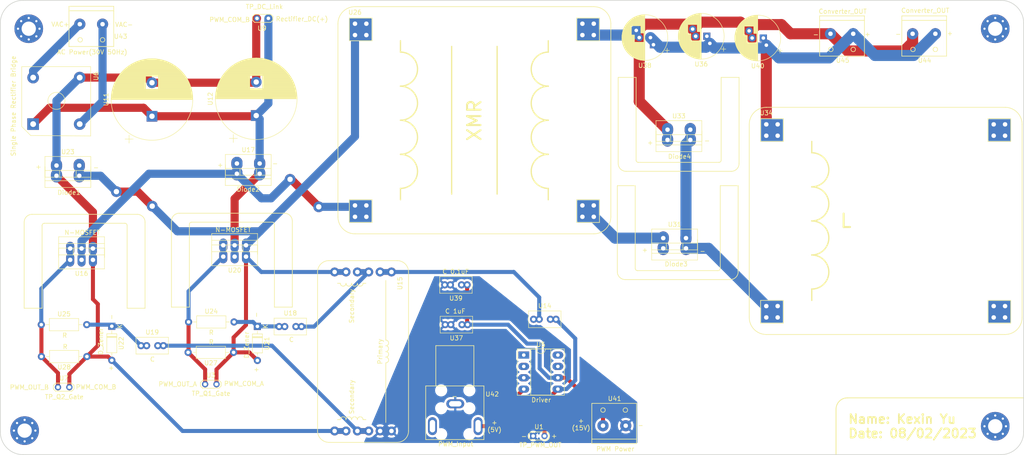
<source format=kicad_pcb>
(kicad_pcb (version 20211014) (generator pcbnew)
  (layers (0 "F.Cu" signal) (31 "B.Cu" signal) (34 "B.Paste" user) (35 "F.Paste" user) (36 "B.SilkS" user "B.Silkscreen") (37 "F.SilkS" user "F.Silkscreen") (38 "B.Mask" user) (39 "F.Mask" user) (44 "Edge.Cuts" user))
  (net 0 "")
  (net 1 "/PWM_Out")
  (net 2 "GNDD")
  (net 3 "/PWM_OUT_A")
  (net 4 "/PWM_COM_A")
  (net 7 "/PWM_Input")
  (net 8 "VDD")
  (net 11 "/PWM_COM_B")
  (net 12 "/VAC(+)")
  (net 13 "/Rectifier_DC(+)")
  (net 14 "/VAC(-)")
  (net 15 "/PWM_OUT_B")
  (net 16 "Net-(U14-Pad1)")
  (net 17 "Net-(U15-Pad3)")
  (net 18 "Net-(U15-Pad5)")
  (net 19 "Net-(U16-Pad2)")
  (net 20 "Net-(U18-Pad1)")
  (net 21 "Net-(U19-Pad1)")
  (net 22 "/Transformer_Out(+)")
  (net 23 "/Converter_Out(-)")
  (net 24 "Net-(U31-Pad1)")
  (net 25 "/Converter_Out(+)")
  (footprint "EEEE2046_Electrical:Toroid-Transformer_1P_2S" (layer "F.Cu") (at 121.45 82.12 -90)
    (fp_text reference "U15")
    (fp_text value "Toroid-Transformer_1P_2S")
  )
  (footprint "EEEE2046_Electrical:ETD_34-XMR" (layer "F.Cu") (at 113.3 26.6)
    (fp_text reference "U26")
    (fp_text value "ETD_34-Transformer_1P_1S")
  )
  (footprint "MountingHole:MountingHole_3.2mm_M3_Pad_Via" (layer "F.Cu") (at 256.322102 27.722102)
    (fp_text reference "H2" hide)
    (fp_text value "Mount")
  )
  (footprint "Resistor_THT:R_Axial_DIN0207_L6.3mm_D2.5mm_P10.16mm_Horizontal" (layer "F.Cu") (at 53.4102 101.0346 180)
    (fp_text reference "U28")
    (fp_text value "R")
  )
  (footprint "EEEE2046_Electrical:2wayTerminalBlock" (layer "F.Cu") (at 224.6 28.85 180)
    (fp_text reference "U45")
    (fp_text value "Converter_Out")
  )
  (footprint "EEEE2046_Electrical:2wayTerminalBlock" (layer "F.Cu") (at 168.7 116.5)
    (fp_text reference "U41")
    (fp_text value "PWM_Power")
  )
  (footprint "TestPoint:TestPoint_2Pads_Pitch2.54mm_Drill0.8mm" (layer "F.Cu") (at 79.8208 107.2322)
    (fp_text reference "U3")
    (fp_text value "TP_Q1_Gate")
  )
  (footprint "MountingHole:MountingHole_3.2mm_M3_Pad_Via" (layer "F.Cu") (at 256.322102 116.622102)
    (fp_text reference "H4" hide)
    (fp_text value "Mount")
  )
  (footprint "EEEE2046_Electrical:SOD113" (layer "F.Cu") (at 188.2 52.586 180)
    (fp_text reference "U33")
    (fp_text value "BYV25FX-600")
  )
  (footprint "EEEE2046_Electrical:ETD_34-L" (layer "F.Cu") (at 205.18 49.11)
    (fp_text reference "U34")
    (fp_text value "H")
  )
  (footprint "MountingHole:MountingHole_3.2mm_M3_Pad_Via" (layer "F.Cu") (at 39.5 117.6)
    (fp_text reference "H3" hide)
    (fp_text value "Mount")
  )
  (footprint "Resistor_THT:R_Axial_DIN0207_L6.3mm_D2.5mm_P10.16mm_Horizontal" (layer "F.Cu") (at 76.12 93.3)
    (fp_text reference "U24")
    (fp_text value "R")
  )
  (footprint "Package_DIP:DIP-8_W7.62mm_Socket_LongPads" (layer "F.Cu") (at 151 100.7)
    (fp_text reference "U5")
    (fp_text value "TC4425AVPA")
  )
  (footprint "Capacitor_THT:CP_Radial_D10.0mm_P2.50mm_P5.00mm" (layer "F.Cu") (at 204.520708 29.8 180)
    (fp_text reference "U40")
    (fp_text value "F")
  )
  (footprint "Capacitor_THT:CP_Radial_D18.0mm_P7.50mm" (layer "F.Cu") (at 67.945 47.29278 90)
    (fp_text reference "U11")
    (fp_text value "ECA2AM102")
  )
  (footprint "Capacitor_THT:C_Rect_L7.0mm_W3.5mm_P2.50mm_P5.00mm" (layer "F.Cu") (at 138.35 85 180)
    (fp_text reference "U39")
    (fp_text value "0.1 uF")
  )
  (footprint "EEEE2046_Electrical:SOD113" (layer "F.Cu") (at 187.24 76.8355 180)
    (fp_text reference "U31")
    (fp_text value "BYV25FX-600")
  )
  (footprint "Resistor_THT:R_Axial_DIN0207_L6.3mm_D2.5mm_P10.16mm_Horizontal" (layer "F.Cu") (at 43.22 93.9)
    (fp_text reference "U25")
    (fp_text value "R")
  )
  (footprint "Diode_THT:D_DO-35_SOD27_P7.62mm_Horizontal" (layer "F.Cu") (at 91.5 94.29 -90)
    (fp_text reference "U21")
    (fp_text value "V")
  )
  (footprint "Capacitor_THT:CP_Radial_D18.0mm_P7.50mm" (layer "F.Cu") (at 91.2368 47.14038 90)
    (fp_text reference "U12")
    (fp_text value "ECA2AM102")
  )
  (footprint "Capacitor_THT:CP_Radial_D10.0mm_P2.50mm_P5.00mm" (layer "F.Cu") (at 191.9 29.4 180)
    (fp_text reference "U36")
    (fp_text value "F")
  )
  (footprint "TestPoint:TestPoint_2Pads_Pitch2.54mm_Drill0.8mm" (layer "F.Cu") (at 46.9532 107.8926)
    (fp_text reference "U7")
    (fp_text value "TP_Q2_Gate")
  )
  (footprint "Capacitor_THT:CP_Radial_D10.0mm_P2.50mm_P5.00mm" (layer "F.Cu") (at 179.3 29.7 180)
    (fp_text reference "U38")
    (fp_text value "F")
  )
  (footprint "Capacitor_THT:C_Rect_L7.0mm_W3.5mm_P2.50mm_P5.00mm" (layer "F.Cu") (at 153.2 92.7)
    (fp_text reference "U14")
    (fp_text value "F")
  )
  (footprint "EEEE2046_Electrical:TO-220FPAB" (layer "F.Cu") (at 49.6764 76.8694)
    (fp_text reference "U16")
    (fp_text value "IRFI530NPbF")
  )
  (footprint "EEEE2046_Electrical:2wayTerminalBlock" (layer "F.Cu") (at 242.95 28.85 180)
    (fp_text reference "U44")
    (fp_text value "Converter_Out")
  )
  (footprint "EEEE2046_Electrical:2wayTerminalBlock" (layer "F.Cu") (at 56.9068 26.7034 180)
    (fp_text reference "U43")
    (fp_text value "AC_Power")
  )
  (footprint "EEEE2046_Electrical:TO220_Heatsink" (layer "F.Cu") (at 185.6 59.6125 180)
    (fp_text reference "U1-Mosfet1" hide)
    (fp_text value "TO220_Heatsink")
  )
  (footprint "EEEE2046_Electrical:TO220_Heatsink" (layer "F.Cu") (at 185.4 83.8125 180)
    (fp_text reference "U4-Diode1" hide)
    (fp_text value "TO220_Heatsink")
  )
  (footprint "EEEE2046_Electrical:TO220_Heatsink" (layer "F.Cu") (at 85.7952 68.9813)
    (fp_text reference "U3-Diode1" hide)
    (fp_text value "TO220_Heatsink")
  )
  (footprint "Diode_THT:D_DO-35_SOD27_P7.62mm_Horizontal" (layer "F.Cu") (at 58.9728 94.2528 -90)
    (fp_text reference "U22")
    (fp_text value "V")
  )
  (footprint "Capacitor_THT:C_Rect_L7.0mm_W3.5mm_P2.50mm_P5.00mm" (layer "F.Cu") (at 138.45 93.9 180)
    (fp_text reference "U37")
    (fp_text value "1uF")
  )
  (footprint "TestPoint:TestPoint_2Pads_Pitch2.54mm_Drill0.8mm" (layer "F.Cu") (at 155.64 118.8 180)
    (fp_text reference "U1")
    (fp_text value "TP_PWM_Out")
  )
  (footprint "EEEE2046_Electrical:LP-0841-3B-05A" (layer "F.Cu") (at 138.85 107.6 -90)
    (fp_text reference "U42")
    (fp_text value "PWM_Input")
  )
  (footprint "EEEE2046_Electrical:SOD113" (layer "F.Cu") (at 51.7 60.6 180)
    (fp_text reference "U23")
    (fp_text value "BYV25FX-600")
  )
  (footprint "EEEE2046_Electrical:Diode_Bridge_Vishay_KBPC6" (layer "F.Cu") (at 41.4 49.05 90)
    (fp_text reference "U6")
    (fp_text value "VS-KBPC606PBF")
  )
  (footprint "Resistor_THT:R_Axial_DIN0207_L6.3mm_D2.5mm_P10.16mm_Horizontal" (layer "F.Cu") (at 86.18 100.1 180)
    (fp_text reference "U27")
    (fp_text value "R")
  )
  (footprint "EEEE2046_Electrical:SOD113" (layer "F.Cu") (at 92 60.15 180)
    (fp_text reference "U17")
    (fp_text value "BYV25FX-600")
  )
  (footprint "EEEE2046_Electrical:TO-220FPAB" (layer "F.Cu") (at 83.87 76.15)
    (fp_text reference "U20")
    (fp_text value "IRFI530NPbF")
  )
  (footprint "TestPoint:TestPoint_2Pads_Pitch2.54mm_Drill0.8mm" (layer "F.Cu") (at 93.95 25.4 180)
    (fp_text reference "U9")
    (fp_text value "TP_DC_Link")
  )
  (footprint "EEEE2046_Electrical:TO220_Heatsink" (layer "F.Cu") (at 52.9022 69.2338)
    (fp_text reference "U2-Mosfet1" hide)
    (fp_text value "TO220_Heatsink")
  )
  (footprint "Capacitor_THT:C_Rect_L7.0mm_W3.5mm_P2.50mm_P5.00mm" (layer "F.Cu") (at 96.3508 94.329)
    (fp_text reference "U18")
    (fp_text value "F")
  )
  (footprint "Capacitor_THT:C_Rect_L7.0mm_W3.5mm_P2.50mm_P5.00mm" (layer "F.Cu") (at 65.5 98.6)
    (fp_text reference "U19")
    (fp_text value "F")
  )
  (footprint "MountingHole:MountingHole_3.2mm_M3_Pad_Via" (layer "F.Cu") (at 40.422102 27.722102)
    (fp_text reference "H1" hide)
    (fp_text value "Mount")
  )
  (gr_line (start 220.762102 122.972102) (end 220.762102 112.812102) (layer "F.SilkS") (width 0.2))
  (gr_line (start 223.302102 110.272102) (end 262.672102 110.272102) (layer "F.SilkS") (width 0.2))
  (gr_arc (start 220.762102 112.812102) (mid 221.50605 111.01605) (end 223.302102 110.272102) (layer "F.SilkS") (width 0.2))
  (gr_line (start 34.072102 26.452102) (end 34.072102 117.892102) (layer "Edge.Cuts") (width 0.15))
  (gr_line (start 262.672102 117.892102) (end 262.672102 26.452102) (layer "Edge.Cuts") (width 0.15))
  (gr_arc (start 34.072102 26.452102) (mid 35.56 22.86) (end 39.152102 21.372102) (layer "Edge.Cuts") (width 0.15))
  (gr_line (start 39.152102 122.972102) (end 257.592102 122.972102) (layer "Edge.Cuts") (width 0.15))
  (gr_line (start 257.592102 21.372102) (end 39.152102 21.372102) (layer "Edge.Cuts") (width 0.15))
  (gr_arc (start 257.592102 21.372102) (mid 261.184202 22.86) (end 262.672102 26.452102) (layer "Edge.Cuts") (width 0.15))
  (gr_arc (start 262.672102 117.892102) (mid 261.184204 121.484204) (end 257.592102 122.972102) (layer "Edge.Cuts") (width 0.15))
  (gr_arc (start 39.152102 122.972102) (mid 35.56 121.484204) (end 34.072102 117.892102) (layer "Edge.Cuts") (width 0.15))
  (gr_text "C" (at 68.05 101.65) (layer "F.SilkS") (effects (font (size 1 1))))
  (gr_text "-" (at 216.25 29) (layer "F.SilkS") (effects (font (size 1 1)) (justify mirror)))
  (gr_text "R" (at 81.2 95.65) (layer "F.SilkS") (effects (font (size 1 1))))
  (gr_text "+" (at 178.05 77.2) (layer "F.SilkS") (effects (font (size 1 1))))
  (gr_text "+" (at 58.85 103.55) (layer "F.SilkS") (effects (font (size 1 1))))
  (gr_text "PWM_COM_A" (at 88.5 107.1) (layer "F.SilkS") (effects (font (size 1 1))))
  (gr_text "+" (at 42.6 58.6) (layer "F.SilkS") (effects (font (size 1 1))))
  (gr_text "-" (at 190.95 77.45) (layer "F.SilkS") (effects (font (size 1 1))))
  (gr_text "+" (at 179.25 53.2) (layer "F.SilkS") (effects (font (size 1 1))))
  (gr_text "+" (at 91.3 103.9) (layer "F.SilkS") (effects (font (size 1 1))))
  (gr_text "TP_DC_Link" (at 93.05 22.8) (layer "F.SilkS") (effects (font (size 1 1))))
  (gr_text "R" (at 81.2 97.8) (layer "F.SilkS") (effects (font (size 1 1))))
  (gr_text "+\n(15V)" (at 163.8 116.2) (layer "F.SilkS") (effects (font (size 1 1))))
  (gr_text "VAC+" (at 47.45 26.75) (layer "F.SilkS") (effects (font (size 1 1))))
  (gr_text "C 0.1uF" (at 135.8 82.05) (layer "F.SilkS") (effects (font (size 1 1))))
  (gr_text "+" (at 246.2 28.75) (layer "F.SilkS") (effects (font (size 1 1))))
  (gr_text "AC Power(30V 50Hz)" (at 54.6 32.95) (layer "F.SilkS") (effects (font (size 1 1))))
  (gr_text "R" (at 48.55 98.85) (layer "F.SilkS") (effects (font (size 1 1))))
  (gr_text "PWM_COM_B\n \n" (at 85.3 26.5) (layer "F.SilkS") (effects (font (size 1 1))))
  (gr_text "R" (at 48.45 96.3) (layer "F.SilkS") (effects (font (size 1 1))))
  (gr_text "Diode1" (at 49.4 64.35) (layer "F.SilkS") (effects (font (size 1 1))))
  (gr_text "+" (at 83.2 58.2) (layer "F.SilkS") (effects (font (size 1 1))))
  (gr_text "-" (at 95.45 57.85) (layer "F.SilkS") (effects (font (size 1 1))))
  (gr_text "D_Zener" (at 56.5 97.65 90) (layer "F.SilkS") (effects (font (size 1 1))))
  (gr_text "TP_Q1_Gate" (at 81.15 109.3) (layer "F.SilkS") (effects (font (size 1 1))))
  (gr_text "Rectifier_DC(+)\n\n" (at 101.45 26.35) (layer "F.SilkS") (effects (font (size 1 1))))
  (gr_text "TP_Q2_Gate" (at 48.35 110.05) (layer "F.SilkS") (effects (font (size 1 1))))
  (gr_text "C 1uF" (at 135.7 90.9) (layer "F.SilkS") (effects (font (size 1 1))))
  (gr_text "-" (at 55.45 58.75) (layer "F.SilkS") (effects (font (size 1 1))))
  (gr_text "N-MOSFET" (at 86.1 72.7) (layer "F.SilkS") (effects (font (size 1 1))))
  (gr_text "+\n(5V)" (at 144.45 116.6) (layer "F.SilkS") (effects (font (size 1 1))))
  (gr_text "-" (at 191.95 52.75) (layer "F.SilkS") (effects (font (size 1 1))))
  (gr_text "Diode2\n" (at 89.45 63.65) (layer "F.SilkS") (effects (font (size 1 1))))
  (gr_text "PWM_OUT_B" (at 40.55 107.9) (layer "F.SilkS") (effects (font (size 1 1))))
  (gr_text "-" (at 58.9 92.2 90) (layer "F.SilkS") (effects (font (size 1 1))))
  (gr_text "Converter_OUT" (at 240.7 23.65) (layer "F.SilkS") (effects (font (size 1 1))))
  (gr_text "D_Zener" (at 89.1 98.45 90) (layer "F.SilkS") (effects (font (size 1 1))))
  (gr_text "C" (at 99.1 97.25) (layer "F.SilkS") (effects (font (size 1 1))))
  (gr_text "PWM_OUT_A" (at 73.7 107.2) (layer "F.SilkS") (effects (font (size 1 1))))
  (gr_text "+" (at 157.8 118.8) (layer "F.SilkS") (effects (font (size 1 1)) (justify mirror)))
  (gr_text "TP_PWM_OUT" (at 154.7 120.8) (layer "F.SilkS") (effects (font (size 1 1))))
  (gr_text "Diode3\n" (at 185.05 80.35) (layer "F.SilkS") (effects (font (size 1 1))))
  (gr_text "N-MOSFET" (at 52.4 73.3) (layer "F.SilkS") (effects (font (size 1 1))))
  (gr_text "PWM Power" (at 171.45 121.7) (layer "F.SilkS") (effects (font (size 1 1))))
  (gr_text "PWM_Input" (at 135.8 120.6) (layer "F.SilkS") (effects (font (size 1 1))))
  (gr_text "Single Phase Rectifier Bridge" (at 37 45 90) (layer "F.SilkS") (effects (font (size 1 1))))
  (gr_text "-" (at 151.05 118.85) (layer "F.SilkS") (effects (font (size 1 1))))
  (gr_text "-" (at 177.1 116.4) (layer "F.SilkS") (effects (font (size 1 1)) (justify mirror)))
  (gr_text "-" (at 234.65 28.9) (layer "F.SilkS") (effects (font (size 1 1))))
  (gr_text "Converter_OUT" (at 222.25 23.85) (layer "F.SilkS") (effects (font (size 1 1))))
  (gr_text "PWM_COM_B" (at 55.45 107.85) (layer "F.SilkS") (effects (font (size 1 1))))
  (gr_text "Name: Kexin Yu\nDate: 08/02/2023" (at 223.302102 116.622102) (layer "F.SilkS") (effects (font (size 2 2) (thickness 0.4)) (justify left)))
  (gr_text "VAC-" (at 61.7 26.8) (layer "F.SilkS") (effects (font (size 1 1))))
  (gr_text "-" (at 91.25 91.7 90) (layer "F.SilkS") (effects (font (size 1 1))))
  (gr_text "Driver\n\n" (at 154.9 111.55) (layer "F.SilkS") (effects (font (size 1 1))))
  (gr_text "+" (at 227.8 28.95) (layer "F.SilkS") (effects (font (size 1 1)) (justify mirror)))
  (gr_text "-" (at 135.55 109.9) (layer "F.SilkS") (effects (font (size 1 1))))
  (gr_text "Diode4\n" (at 185.8 56.3) (layer "F.SilkS") (effects (font (size 1 1))))
  (segment (start 155.64 111.3) (end 158.62 108.32) (width 0.9) (layer "F.Cu") (net 1))
  (segment (start 155.64 118.8) (end 155.64 111.3) (width 0.9) (layer "F.Cu") (net 1))
  (segment (start 158.2 92.7) (end 162.5 97) (width 0.9) (layer "B.Cu") (net 1))
  (segment (start 160.53 108.32) (end 158.62 108.32) (width 0.9) (layer "B.Cu") (net 1))
  (segment (start 162.5 97) (end 162.5 106.35) (width 0.9) (layer "B.Cu") (net 1))
  (segment (start 162.5 106.35) (end 160.53 108.32) (width 0.9) (layer "B.Cu") (net 1))
  (segment (start 79.8208 103.9008) (end 76.02 100.1) (width 0.9) (layer "F.Cu") (net 3))
  (segment (start 79.8208 107.2322) (end 79.8208 103.9008) (width 0.9) (layer "F.Cu") (net 3))
  (segment (start 76.12 93.3) (end 76.12 100) (width 0.9) (layer "F.Cu") (net 3))
  (segment (start 76.12 100) (end 76.02 100.1) (width 0.63) (layer "F.Cu") (net 3))
  (segment (start 76.12 93.3) (end 76.12 86.44) (width 0.9) (layer "B.Cu") (net 3))
  (segment (start 76.12 86.44) (end 83.87 78.69) (width 0.9) (layer "B.Cu") (net 3))
  (segment (start 86.18 100.1) (end 89.69 100.1) (width 0.9) (layer "F.Cu") (net 4))
  (segment (start 60 64.15) (end 64.75 64.15) (width 1.815) (layer "F.Cu") (net 4))
  (segment (start 86.18 96.76) (end 88.95 93.99) (width 0.9) (layer "F.Cu") (net 4))
  (segment (start 82.3608 103.9192) (end 86.18 100.1) (width 0.9) (layer "F.Cu") (net 4))
  (segment (start 86.18 100.1) (end 86.18 96.76) (width 0.9) (layer "F.Cu") (net 4))
  (segment (start 89.69 100.1) (end 91.5 101.91) (width 0.9) (layer "F.Cu") (net 4))
  (segment (start 64.75 64.15) (end 68 67.4) (width 1.815) (layer "F.Cu") (net 4))
  (segment (start 82.3608 107.2322) (end 82.3608 103.9192) (width 0.9) (layer "F.Cu") (net 4))
  (segment (start 88.95 93.99) (end 88.95 78.69) (width 0.9) (layer "F.Cu") (net 4))
  (via (at 68 67.4) (size 2.4) (drill 1.2) (layers "F.Cu" "B.Cu") (net 4))
  (via (at 60 64.15) (size 2.4) (drill 1.2) (layers "F.Cu" "B.Cu") (net 4))
  (segment (start 68 67.4) (end 73.625 73.025) (width 1.815) (layer "B.Cu") (net 4))
  (segment (start 108.75 82.12) (end 92.38 82.12) (width 0.9) (layer "B.Cu") (net 4))
  (segment (start 56.45 60.6) (end 60 64.15) (width 1.815) (layer "B.Cu") (net 4))
  (segment (start 92.38 82.12) (end 88.95 78.69) (width 0.9) (layer "B.Cu") (net 4))
  (segment (start 88.95 76.15) (end 92.075 73.025) (width 1.815) (layer "B.Cu") (net 4))
  (segment (start 88.95 75.615126) (end 88.95 76.15) (width 1.3) (layer "B.Cu") (net 4))
  (segment (start 92.075 73.025) (end 113.3 51.8) (width 1.815) (layer "B.Cu") (net 4))
  (segment (start 73.625 73.025) (end 92.075 73.025) (width 1.815) (layer "B.Cu") (net 4))
  (segment (start 113.3 51.8) (end 113.3 29.14) (width 1.815) (layer "B.Cu") (net 4))
  (segment (start 88.95 75.615126) (end 88.95 78.69) (width 1.3) (layer "B.Cu") (net 4))
  (segment (start 51.7 60.6) (end 56.45 60.6) (width 1.815) (layer "B.Cu") (net 4))
  (segment (start 142.72 116.6) (end 151 108.32) (width 0.9) (layer "F.Cu") (net 7))
  (segment (start 140.8 116.6) (end 142.72 116.6) (width 0.9) (layer "F.Cu") (net 7))
  (segment (start 138.35 85) (end 138.35 93.8) (width 0.9) (layer "F.Cu") (net 8))
  (segment (start 158.62 105.78) (end 160.53 105.78) (width 0.9) (layer "F.Cu") (net 8))
  (segment (start 138.35 93.8) (end 138.45 93.9) (width 0.9) (layer "F.Cu") (net 8))
  (segment (start 168.7 116.5) (end 168.7 113.95) (width 0.9) (layer "F.Cu") (net 8))
  (segment (start 168.7 113.95) (end 160.53 105.78) (width 0.9) (layer "F.Cu") (net 8))
  (segment (start 154.4 98.15) (end 154.55 98.3) (width 0.9) (layer "B.Cu") (net 8))
  (segment (start 147.5 93.9) (end 151.75 98.15) (width 0.9) (layer "B.Cu") (net 8))
  (segment (start 138.45 93.9) (end 147.5 93.9) (width 0.9) (layer "B.Cu") (net 8))
  (segment (start 158.62 105.78) (end 156.63 105.78) (width 0.9) (layer "B.Cu") (net 8))
  (segment (start 151.75 98.15) (end 154.4 98.15) (width 0.9) (layer "B.Cu") (net 8))
  (segment (start 154.55 98.3) (end 154.55 103.7) (width 0.9) (layer "B.Cu") (net 8))
  (segment (start 154.55 103.7) (end 156.63 105.78) (width 0.9) (layer "B.Cu") (net 8))
  (segment (start 66.80222 38.65) (end 67.945 39.79278) (width 1.815) (layer "F.Cu") (net 11))
  (segment (start 53.4102 101.0346) (end 55.85 98.5948) (width 0.9) (layer "F.Cu") (net 11))
  (segment (start 53.4102 101.0346) (end 58.1346 101.0346) (width 0.9) (layer "F.Cu") (net 11))
  (segment (start 55.85 89.3) (end 54.7564 88.2064) (width 0.9) (layer "F.Cu") (net 11))
  (segment (start 67.945 39.79278) (end 91.0844 39.79278) (width 1.815) (layer "F.Cu") (net 11))
  (segment (start 51.8 38.65) (end 66.80222 38.65) (width 1.815) (layer "F.Cu") (net 11))
  (segment (start 91.0844 39.79278) (end 91.2368 39.64038) (width 1.815) (layer "F.Cu") (net 11))
  (segment (start 91.2368 39.64038) (end 91.2368 25.5732) (width 1.815) (layer "F.Cu") (net 11))
  (segment (start 91.2368 25.5732) (end 91.41 25.4) (width 1.815) (layer "F.Cu") (net 11))
  (segment (start 54.7564 68.7364) (end 46.62 60.6) (width 1.815) (layer "F.Cu") (net 11))
  (segment (start 58.1346 101.0346) (end 58.9728 101.8728) (width 0.9) (layer "F.Cu") (net 11))
  (segment (start 55.85 98.5948) (end 55.85 89.3) (width 0.9) (layer "F.Cu") (net 11))
  (segment (start 49.4932 104.9516) (end 53.4102 101.0346) (width 0.9) (layer "F.Cu") (net 11))
  (segment (start 54.7564 88.2064) (end 54.7564 79.4094) (width 0.9) (layer "F.Cu") (net 11))
  (segment (start 54.7564 76.8694) (end 54.7564 68.7364) (width 1.815) (layer "F.Cu") (net 11))
  (segment (start 49.4932 107.8926) (end 49.4932 104.9516) (width 0.9) (layer "F.Cu") (net 11))
  (segment (start 58.9728 101.8728) (end 74.78 117.68) (width 0.9) (layer "B.Cu") (net 11))
  (segment (start 74.78 117.68) (end 108.75 117.68) (width 0.9) (layer "B.Cu") (net 11))
  (segment (start 46.62 58.314) (end 46.62 43.83) (width 1.815) (layer "B.Cu") (net 11))
  (segment (start 46.62 43.83) (end 51.8 38.65) (width 1.815) (layer "B.Cu") (net 11))
  (segment (start 41.4 38.65) (end 41.4 37.1302) (width 1.815) (layer "B.Cu") (net 12))
  (segment (start 41.4 37.1302) (end 51.8268 26.7034) (width 1.815) (layer "B.Cu") (net 12))
  (segment (start 66.05222 45.4) (end 67.945 47.29278) (width 1.815) (layer "F.Cu") (net 13))
  (segment (start 67.945 47.29278) (end 91.0844 47.29278) (width 1.815) (layer "F.Cu") (net 13))
  (segment (start 41.4 49.05) (end 45.05 45.4) (width 1.815) (layer "F.Cu") (net 13))
  (segment (start 91.0844 47.29278) (end 91.2368 47.14038) (width 1.815) (layer "F.Cu") (net 13))
  (segment (start 45.05 45.4) (end 66.05222 45.4) (width 1.815) (layer "F.Cu") (net 13))
  (segment (start 86.41 65.74) (end 92 60.15) (width 1.815) (layer "F.Cu") (net 13))
  (segment (start 86.41 76.15) (end 86.41 65.74) (width 1.815) (layer "F.Cu") (net 13))
  (segment (start 93.95 44.42718) (end 93.95 25.4) (width 1.815) (layer "B.Cu") (net 13))
  (segment (start 91.2368 47.14038) (end 93.95 44.42718) (width 1.815) (layer "B.Cu") (net 13))
  (segment (start 92 47.90358) (end 91.2368 47.14038) (width 1.815) (layer "B.Cu") (net 13))
  (segment (start 92 57.864) (end 92 47.90358) (width 1.815) (layer "B.Cu") (net 13))
  (segment (start 56.9068 26.7034) (end 56.9068 43.9432) (width 1.815) (layer "B.Cu") (net 14))
  (segment (start 56.9068 43.9432) (end 51.8 49.05) (width 1.815) (layer "B.Cu") (net 14))
  (segment (start 43.2502 101.0346) (end 43.2502 93.9302) (width 0.9) (layer "F.Cu") (net 15))
  (segment (start 43.2502 93.9302) (end 43.22 93.9) (width 0.63) (layer "F.Cu") (net 15))
  (segment (start 46.9532 104.7376) (end 43.2502 101.0346) (width 0.9) (layer "F.Cu") (net 15))
  (segment (start 46.9532 107.8926) (end 46.9532 104.7376) (width 0.9) (layer "F.Cu") (net 15))
  (segment (start 43.22 93.9) (end 43.22 85.8658) (width 0.9) (layer "B.Cu") (net 15))
  (segment (start 43.22 85.8658) (end 49.6764 79.4094) (width 0.9) (layer "B.Cu") (net 15))
  (segment (start 148.77 82.12) (end 154.45 87.8) (width 0.9) (layer "B.Cu") (net 16))
  (segment (start 121.45 82.12) (end 148.77 82.12) (width 0.9) (layer "B.Cu") (net 16))
  (segment (start 154.45 87.8) (end 154.45 92.7) (width 0.9) (layer "B.Cu") (net 16))
  (segment (start 104.161 94.329) (end 116.37 82.12) (width 0.9) (layer "B.Cu") (net 17))
  (segment (start 101.3508 94.329) (end 104.161 94.329) (width 0.9) (layer "B.Cu") (net 17))
  (segment (start 94.75 98.6) (end 113.83 117.68) (width 0.9) (layer "B.Cu") (net 18))
  (segment (start 70.5 98.6) (end 94.75 98.6) (width 0.9) (layer "B.Cu") (net 18))
  (segment (start 99.05 61.4) (end 105.2 67.55) (width 1.815) (layer "F.Cu") (net 19))
  (segment (start 98.8 61.4) (end 99.05 61.4) (width 1.3) (layer "F.Cu") (net 19))
  (via (at 98.8 61.4) (size 2.4) (drill 1.2) (layers "F.Cu" "B.Cu") (net 19))
  (via (at 105.2 67.55) (size 2.4) (drill 1.2) (layers "F.Cu" "B.Cu") (net 19))
  (segment (start 92.42 65.65) (end 86.92 60.15) (width 1.815) (layer "B.Cu") (net 19))
  (segment (start 67.263298 60.15) (end 86.92 60.15) (width 1.815) (layer "B.Cu") (net 19))
  (segment (start 52.2164 76.8694) (end 52.2164 76.2694) (width 1.815) (layer "B.Cu") (net 19))
  (segment (start 105.2 67.55) (end 112.99 67.55) (width 1.815) (layer "B.Cu") (net 19))
  (segment (start 94.55 65.65) (end 92.42 65.65) (width 1.815) (layer "B.Cu") (net 19))
  (segment (start 98.8 61.4) (end 94.55 65.65) (width 1.815) (layer "B.Cu") (net 19))
  (segment (start 52.2164 76.8694) (end 52.2164 75.196898) (width 1.815) (layer "B.Cu") (net 19))
  (segment (start 52.2164 75.196898) (end 67.263298 60.15) (width 1.815) (layer "B.Cu") (net 19))
  (segment (start 112.99 67.55) (end 113.3 67.24) (width 1.3) (layer "B.Cu") (net 19))
  (segment (start 96.3118 94.29) (end 96.3508 94.329) (width 0.63) (layer "B.Cu") (net 20))
  (segment (start 91.5 94.29) (end 96.3118 94.29) (width 0.9) (layer "B.Cu") (net 20))
  (segment (start 90.51 93.3) (end 91.5 94.29) (width 0.9) (layer "B.Cu") (net 20))
  (segment (start 86.28 93.3) (end 90.51 93.3) (width 0.9) (layer "B.Cu") (net 20))
  (segment (start 58.62 93.9) (end 58.9728 94.2528) (width 0.9) (layer "B.Cu") (net 21))
  (segment (start 61.1528 94.2528) (end 65.5 98.6) (width 0.9) (layer "B.Cu") (net 21))
  (segment (start 58.9728 94.2528) (end 61.1528 94.2528) (width 0.9) (layer "B.Cu") (net 21))
  (segment (start 53.38 93.9) (end 58.62 93.9) (width 0.9) (layer "B.Cu") (net 21))
  (segment (start 171.4095 74.5495) (end 166.64 69.78) (width 2.47) (layer "B.Cu") (net 22))
  (segment (start 182.16 74.5495) (end 171.4095 74.5495) (width 2.47) (layer "B.Cu") (net 22))
  (segment (start 176.8 29.7) (end 176.8 27.73) (width 2.47) (layer "F.Cu") (net 23))
  (segment (start 208.55 26.8) (end 210.6 28.85) (width 2.47) (layer "F.Cu") (net 23))
  (segment (start 177.135 27.465) (end 177.9 26.7) (width 2.47) (layer "F.Cu") (net 23))
  (segment (start 177.9 26.7) (end 187.629063 26.7) (width 2.47) (layer "F.Cu") (net 23))
  (segment (start 199.399771 26.25) (end 201.349771 28.2) (width 2.47) (layer "F.Cu") (net 23))
  (segment (start 210.6 28.85) (end 219.52 28.85) (width 2.47) (layer "F.Cu") (net 23))
  (segment (start 203.050708 26.8) (end 208.55 26.8) (width 2.47) (layer "F.Cu") (net 23))
  (segment (start 190.279063 26.25) (end 199.399771 26.25) (width 2.47) (layer "F.Cu") (net 23))
  (segment (start 176.8 27.73) (end 177.065 27.465) (width 2.47) (layer "F.Cu") (net 23))
  (segment (start 187.629063 26.7) (end 188.729063 27.8) (width 2.47) (layer "F.Cu") (net 23))
  (segment (start 189.4 27.43) (end 189.665 27.165) (width 2.47) (layer "F.Cu") (net 23))
  (segment (start 237.87 30.78) (end 237.87 28.85) (width 2.47) (layer "F.Cu") (net 23))
  (segment (start 188.729063 27.8) (end 190.279063 26.25) (width 2.47) (layer "F.Cu") (net 23))
  (segment (start 219.52 28.85) (end 223.37 32.7) (width 2.47) (layer "F.Cu") (net 23))
  (segment (start 176.8 29.7) (end 176.8 43.98) (width 2.47) (layer "F.Cu") (net 23))
  (segment (start 202.020708 27.83) (end 203.050708 26.8) (width 2.47) (layer "F.Cu") (net 23))
  (segment (start 189.4 29.4) (end 189.4 27.43) (width 2.47) (layer "F.Cu") (net 23))
  (segment (start 176.8 43.98) (end 183.12 50.3) (width 2.47) (layer "F.Cu") (net 23))
  (segment (start 235.95 32.7) (end 237.87 30.78) (width 2.47) (layer "F.Cu") (net 23))
  (segment (start 177.065 27.465) (end 177.135 27.465) (width 2.47) (layer "F.Cu") (net 23))
  (segment (start 202.020708 29.8) (end 202.020708 27.83) (width 2.47) (layer "F.Cu") (net 23))
  (segment (start 223.37 32.7) (end 235.95 32.7) (width 2.47) (layer "F.Cu") (net 23))
  (segment (start 175.089063 29.14) (end 176.129063 28.1) (width 2.47) (layer "B.Cu") (net 23))
  (segment (start 166.64 29.14) (end 175.089063 29.14) (width 2.47) (layer "B.Cu") (net 23))
  (segment (start 187.24 76.8355) (end 192.2655 76.8355) (width 2.47) (layer "B.Cu") (net 24))
  (segment (start 192.2655 76.8355) (end 205.18 89.75) (width 2.47) (layer "B.Cu") (net 24))
  (segment (start 187.24 53.546) (end 188.2 52.586) (width 2.47) (layer "B.Cu") (net 24))
  (segment (start 187.24 74.5495) (end 187.24 53.546) (width 2.47) (layer "B.Cu") (net 24))
  (segment (start 205.18 31.411645) (end 205.191645 31.4) (width 2.47) (layer "F.Cu") (net 25))
  (segment (start 205.18 49.11) (end 205.18 31.411645) (width 2.47) (layer "F.Cu") (net 25))
  (segment (start 208.041645 34.25) (end 219.2 34.25) (width 2.47) (layer "B.Cu") (net 25))
  (segment (start 205.191645 31.4) (end 208.041645 34.25) (width 2.47) (layer "B.Cu") (net 25))
  (segment (start 219.2 34.25) (end 224.6 28.85) (width 2.47) (layer "B.Cu") (net 25))
  (segment (start 204.556645 32.035) (end 205.191645 31.4) (width 2.47) (layer "B.Cu") (net 25))
  (segment (start 205.03 31.561645) (end 205.191645 31.4) (width 0.25) (layer "B.Cu") (net 25))
  (segment (start 224.6 28.85) (end 229.45 33.7) (width 2.47) (layer "B.Cu") (net 25))
  (segment (start 192.570937 31) (end 193.605937 32.035) (width 2.47) (layer "B.Cu") (net 25))
  (segment (start 179.3 29.7) (end 181.45 31.85) (width 2.47) (layer "B.Cu") (net 25))
  (segment (start 229.45 33.7) (end 238.1 33.7) (width 2.47) (layer "B.Cu") (net 25))
  (segment (start 238.1 33.7) (end 242.95 28.85) (width 2.47) (layer "B.Cu") (net 25))
  (segment (start 193.605937 32.035) (end 204.556645 32.035) (width 2.47) (layer "B.Cu") (net 25))
  (segment (start 181.45 31.85) (end 191.720937 31.85) (width 2.47) (layer "B.Cu") (net 25))
  (segment (start 191.720937 31.85) (end 192.570937 31) (width 2.47) (layer "B.Cu") (net 25))
  (zone (net 2) (net_name "GNDD") (layer "B.Cu") (connect_pads (clearance 0.508)) (min_thickness 0.254) (fill yes (thermal_gap 0.508) (thermal_bridge_width 0.508))
    (polygon (pts (xy 140.196087 82.32936) (xy 176.35 111.2) (xy 176.396124 120.381387) (xy 115.249716 120.349846) (xy 131.4 82.2)))
  )
)
</source>
